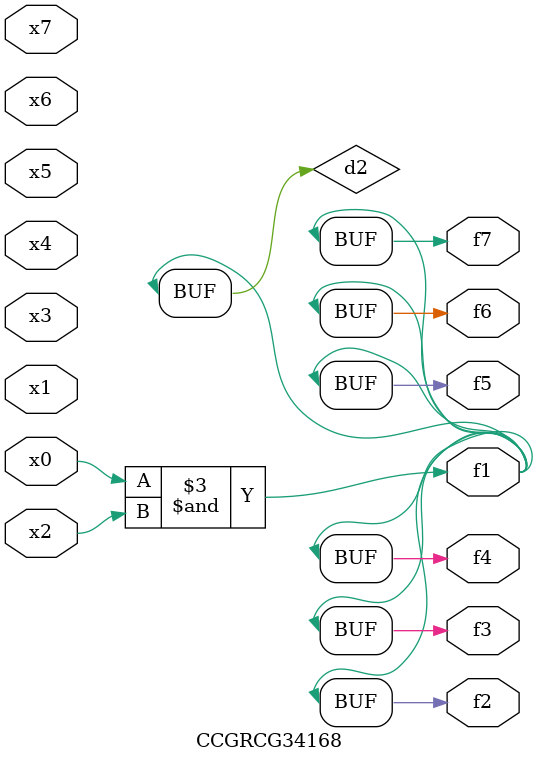
<source format=v>
module CCGRCG34168(
	input x0, x1, x2, x3, x4, x5, x6, x7,
	output f1, f2, f3, f4, f5, f6, f7
);

	wire d1, d2;

	nor (d1, x3, x6);
	and (d2, x0, x2);
	assign f1 = d2;
	assign f2 = d2;
	assign f3 = d2;
	assign f4 = d2;
	assign f5 = d2;
	assign f6 = d2;
	assign f7 = d2;
endmodule

</source>
